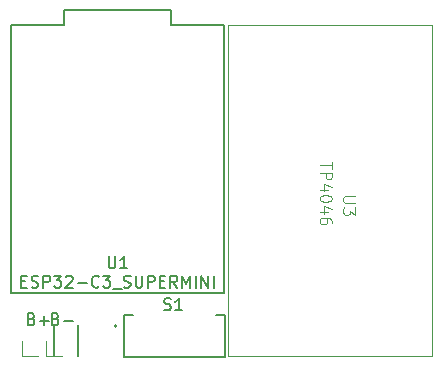
<source format=gbr>
%TF.GenerationSoftware,KiCad,Pcbnew,7.0.10*%
%TF.CreationDate,2024-01-20T13:39:50-08:00*%
%TF.ProjectId,caribou_slime,63617269-626f-4755-9f73-6c696d652e6b,rev?*%
%TF.SameCoordinates,Original*%
%TF.FileFunction,Legend,Top*%
%TF.FilePolarity,Positive*%
%FSLAX46Y46*%
G04 Gerber Fmt 4.6, Leading zero omitted, Abs format (unit mm)*
G04 Created by KiCad (PCBNEW 7.0.10) date 2024-01-20 13:39:50*
%MOMM*%
%LPD*%
G01*
G04 APERTURE LIST*
%ADD10C,0.150000*%
%ADD11C,0.100000*%
%ADD12C,0.127000*%
%ADD13C,0.200000*%
%ADD14C,0.120000*%
G04 APERTURE END LIST*
D10*
X41783095Y-45428819D02*
X41783095Y-46238342D01*
X41783095Y-46238342D02*
X41830714Y-46333580D01*
X41830714Y-46333580D02*
X41878333Y-46381200D01*
X41878333Y-46381200D02*
X41973571Y-46428819D01*
X41973571Y-46428819D02*
X42164047Y-46428819D01*
X42164047Y-46428819D02*
X42259285Y-46381200D01*
X42259285Y-46381200D02*
X42306904Y-46333580D01*
X42306904Y-46333580D02*
X42354523Y-46238342D01*
X42354523Y-46238342D02*
X42354523Y-45428819D01*
X43354523Y-46428819D02*
X42783095Y-46428819D01*
X43068809Y-46428819D02*
X43068809Y-45428819D01*
X43068809Y-45428819D02*
X42973571Y-45571676D01*
X42973571Y-45571676D02*
X42878333Y-45666914D01*
X42878333Y-45666914D02*
X42783095Y-45714533D01*
X34402143Y-47556009D02*
X34735476Y-47556009D01*
X34878333Y-48079819D02*
X34402143Y-48079819D01*
X34402143Y-48079819D02*
X34402143Y-47079819D01*
X34402143Y-47079819D02*
X34878333Y-47079819D01*
X35259286Y-48032200D02*
X35402143Y-48079819D01*
X35402143Y-48079819D02*
X35640238Y-48079819D01*
X35640238Y-48079819D02*
X35735476Y-48032200D01*
X35735476Y-48032200D02*
X35783095Y-47984580D01*
X35783095Y-47984580D02*
X35830714Y-47889342D01*
X35830714Y-47889342D02*
X35830714Y-47794104D01*
X35830714Y-47794104D02*
X35783095Y-47698866D01*
X35783095Y-47698866D02*
X35735476Y-47651247D01*
X35735476Y-47651247D02*
X35640238Y-47603628D01*
X35640238Y-47603628D02*
X35449762Y-47556009D01*
X35449762Y-47556009D02*
X35354524Y-47508390D01*
X35354524Y-47508390D02*
X35306905Y-47460771D01*
X35306905Y-47460771D02*
X35259286Y-47365533D01*
X35259286Y-47365533D02*
X35259286Y-47270295D01*
X35259286Y-47270295D02*
X35306905Y-47175057D01*
X35306905Y-47175057D02*
X35354524Y-47127438D01*
X35354524Y-47127438D02*
X35449762Y-47079819D01*
X35449762Y-47079819D02*
X35687857Y-47079819D01*
X35687857Y-47079819D02*
X35830714Y-47127438D01*
X36259286Y-48079819D02*
X36259286Y-47079819D01*
X36259286Y-47079819D02*
X36640238Y-47079819D01*
X36640238Y-47079819D02*
X36735476Y-47127438D01*
X36735476Y-47127438D02*
X36783095Y-47175057D01*
X36783095Y-47175057D02*
X36830714Y-47270295D01*
X36830714Y-47270295D02*
X36830714Y-47413152D01*
X36830714Y-47413152D02*
X36783095Y-47508390D01*
X36783095Y-47508390D02*
X36735476Y-47556009D01*
X36735476Y-47556009D02*
X36640238Y-47603628D01*
X36640238Y-47603628D02*
X36259286Y-47603628D01*
X37164048Y-47079819D02*
X37783095Y-47079819D01*
X37783095Y-47079819D02*
X37449762Y-47460771D01*
X37449762Y-47460771D02*
X37592619Y-47460771D01*
X37592619Y-47460771D02*
X37687857Y-47508390D01*
X37687857Y-47508390D02*
X37735476Y-47556009D01*
X37735476Y-47556009D02*
X37783095Y-47651247D01*
X37783095Y-47651247D02*
X37783095Y-47889342D01*
X37783095Y-47889342D02*
X37735476Y-47984580D01*
X37735476Y-47984580D02*
X37687857Y-48032200D01*
X37687857Y-48032200D02*
X37592619Y-48079819D01*
X37592619Y-48079819D02*
X37306905Y-48079819D01*
X37306905Y-48079819D02*
X37211667Y-48032200D01*
X37211667Y-48032200D02*
X37164048Y-47984580D01*
X38164048Y-47175057D02*
X38211667Y-47127438D01*
X38211667Y-47127438D02*
X38306905Y-47079819D01*
X38306905Y-47079819D02*
X38545000Y-47079819D01*
X38545000Y-47079819D02*
X38640238Y-47127438D01*
X38640238Y-47127438D02*
X38687857Y-47175057D01*
X38687857Y-47175057D02*
X38735476Y-47270295D01*
X38735476Y-47270295D02*
X38735476Y-47365533D01*
X38735476Y-47365533D02*
X38687857Y-47508390D01*
X38687857Y-47508390D02*
X38116429Y-48079819D01*
X38116429Y-48079819D02*
X38735476Y-48079819D01*
X39164048Y-47698866D02*
X39925953Y-47698866D01*
X40973571Y-47984580D02*
X40925952Y-48032200D01*
X40925952Y-48032200D02*
X40783095Y-48079819D01*
X40783095Y-48079819D02*
X40687857Y-48079819D01*
X40687857Y-48079819D02*
X40545000Y-48032200D01*
X40545000Y-48032200D02*
X40449762Y-47936961D01*
X40449762Y-47936961D02*
X40402143Y-47841723D01*
X40402143Y-47841723D02*
X40354524Y-47651247D01*
X40354524Y-47651247D02*
X40354524Y-47508390D01*
X40354524Y-47508390D02*
X40402143Y-47317914D01*
X40402143Y-47317914D02*
X40449762Y-47222676D01*
X40449762Y-47222676D02*
X40545000Y-47127438D01*
X40545000Y-47127438D02*
X40687857Y-47079819D01*
X40687857Y-47079819D02*
X40783095Y-47079819D01*
X40783095Y-47079819D02*
X40925952Y-47127438D01*
X40925952Y-47127438D02*
X40973571Y-47175057D01*
X41306905Y-47079819D02*
X41925952Y-47079819D01*
X41925952Y-47079819D02*
X41592619Y-47460771D01*
X41592619Y-47460771D02*
X41735476Y-47460771D01*
X41735476Y-47460771D02*
X41830714Y-47508390D01*
X41830714Y-47508390D02*
X41878333Y-47556009D01*
X41878333Y-47556009D02*
X41925952Y-47651247D01*
X41925952Y-47651247D02*
X41925952Y-47889342D01*
X41925952Y-47889342D02*
X41878333Y-47984580D01*
X41878333Y-47984580D02*
X41830714Y-48032200D01*
X41830714Y-48032200D02*
X41735476Y-48079819D01*
X41735476Y-48079819D02*
X41449762Y-48079819D01*
X41449762Y-48079819D02*
X41354524Y-48032200D01*
X41354524Y-48032200D02*
X41306905Y-47984580D01*
X42116429Y-48175057D02*
X42878333Y-48175057D01*
X43068810Y-48032200D02*
X43211667Y-48079819D01*
X43211667Y-48079819D02*
X43449762Y-48079819D01*
X43449762Y-48079819D02*
X43545000Y-48032200D01*
X43545000Y-48032200D02*
X43592619Y-47984580D01*
X43592619Y-47984580D02*
X43640238Y-47889342D01*
X43640238Y-47889342D02*
X43640238Y-47794104D01*
X43640238Y-47794104D02*
X43592619Y-47698866D01*
X43592619Y-47698866D02*
X43545000Y-47651247D01*
X43545000Y-47651247D02*
X43449762Y-47603628D01*
X43449762Y-47603628D02*
X43259286Y-47556009D01*
X43259286Y-47556009D02*
X43164048Y-47508390D01*
X43164048Y-47508390D02*
X43116429Y-47460771D01*
X43116429Y-47460771D02*
X43068810Y-47365533D01*
X43068810Y-47365533D02*
X43068810Y-47270295D01*
X43068810Y-47270295D02*
X43116429Y-47175057D01*
X43116429Y-47175057D02*
X43164048Y-47127438D01*
X43164048Y-47127438D02*
X43259286Y-47079819D01*
X43259286Y-47079819D02*
X43497381Y-47079819D01*
X43497381Y-47079819D02*
X43640238Y-47127438D01*
X44068810Y-47079819D02*
X44068810Y-47889342D01*
X44068810Y-47889342D02*
X44116429Y-47984580D01*
X44116429Y-47984580D02*
X44164048Y-48032200D01*
X44164048Y-48032200D02*
X44259286Y-48079819D01*
X44259286Y-48079819D02*
X44449762Y-48079819D01*
X44449762Y-48079819D02*
X44545000Y-48032200D01*
X44545000Y-48032200D02*
X44592619Y-47984580D01*
X44592619Y-47984580D02*
X44640238Y-47889342D01*
X44640238Y-47889342D02*
X44640238Y-47079819D01*
X45116429Y-48079819D02*
X45116429Y-47079819D01*
X45116429Y-47079819D02*
X45497381Y-47079819D01*
X45497381Y-47079819D02*
X45592619Y-47127438D01*
X45592619Y-47127438D02*
X45640238Y-47175057D01*
X45640238Y-47175057D02*
X45687857Y-47270295D01*
X45687857Y-47270295D02*
X45687857Y-47413152D01*
X45687857Y-47413152D02*
X45640238Y-47508390D01*
X45640238Y-47508390D02*
X45592619Y-47556009D01*
X45592619Y-47556009D02*
X45497381Y-47603628D01*
X45497381Y-47603628D02*
X45116429Y-47603628D01*
X46116429Y-47556009D02*
X46449762Y-47556009D01*
X46592619Y-48079819D02*
X46116429Y-48079819D01*
X46116429Y-48079819D02*
X46116429Y-47079819D01*
X46116429Y-47079819D02*
X46592619Y-47079819D01*
X47592619Y-48079819D02*
X47259286Y-47603628D01*
X47021191Y-48079819D02*
X47021191Y-47079819D01*
X47021191Y-47079819D02*
X47402143Y-47079819D01*
X47402143Y-47079819D02*
X47497381Y-47127438D01*
X47497381Y-47127438D02*
X47545000Y-47175057D01*
X47545000Y-47175057D02*
X47592619Y-47270295D01*
X47592619Y-47270295D02*
X47592619Y-47413152D01*
X47592619Y-47413152D02*
X47545000Y-47508390D01*
X47545000Y-47508390D02*
X47497381Y-47556009D01*
X47497381Y-47556009D02*
X47402143Y-47603628D01*
X47402143Y-47603628D02*
X47021191Y-47603628D01*
X48021191Y-48079819D02*
X48021191Y-47079819D01*
X48021191Y-47079819D02*
X48354524Y-47794104D01*
X48354524Y-47794104D02*
X48687857Y-47079819D01*
X48687857Y-47079819D02*
X48687857Y-48079819D01*
X49164048Y-48079819D02*
X49164048Y-47079819D01*
X49640238Y-48079819D02*
X49640238Y-47079819D01*
X49640238Y-47079819D02*
X50211666Y-48079819D01*
X50211666Y-48079819D02*
X50211666Y-47079819D01*
X50687857Y-48079819D02*
X50687857Y-47079819D01*
X46482095Y-49937200D02*
X46624952Y-49984819D01*
X46624952Y-49984819D02*
X46863047Y-49984819D01*
X46863047Y-49984819D02*
X46958285Y-49937200D01*
X46958285Y-49937200D02*
X47005904Y-49889580D01*
X47005904Y-49889580D02*
X47053523Y-49794342D01*
X47053523Y-49794342D02*
X47053523Y-49699104D01*
X47053523Y-49699104D02*
X47005904Y-49603866D01*
X47005904Y-49603866D02*
X46958285Y-49556247D01*
X46958285Y-49556247D02*
X46863047Y-49508628D01*
X46863047Y-49508628D02*
X46672571Y-49461009D01*
X46672571Y-49461009D02*
X46577333Y-49413390D01*
X46577333Y-49413390D02*
X46529714Y-49365771D01*
X46529714Y-49365771D02*
X46482095Y-49270533D01*
X46482095Y-49270533D02*
X46482095Y-49175295D01*
X46482095Y-49175295D02*
X46529714Y-49080057D01*
X46529714Y-49080057D02*
X46577333Y-49032438D01*
X46577333Y-49032438D02*
X46672571Y-48984819D01*
X46672571Y-48984819D02*
X46910666Y-48984819D01*
X46910666Y-48984819D02*
X47053523Y-49032438D01*
X48005904Y-49984819D02*
X47434476Y-49984819D01*
X47720190Y-49984819D02*
X47720190Y-48984819D01*
X47720190Y-48984819D02*
X47624952Y-49127676D01*
X47624952Y-49127676D02*
X47529714Y-49222914D01*
X47529714Y-49222914D02*
X47434476Y-49270533D01*
D11*
X62630830Y-40338202D02*
X61821307Y-40338202D01*
X61821307Y-40338202D02*
X61726069Y-40385821D01*
X61726069Y-40385821D02*
X61678450Y-40433440D01*
X61678450Y-40433440D02*
X61630830Y-40528678D01*
X61630830Y-40528678D02*
X61630830Y-40719154D01*
X61630830Y-40719154D02*
X61678450Y-40814392D01*
X61678450Y-40814392D02*
X61726069Y-40862011D01*
X61726069Y-40862011D02*
X61821307Y-40909630D01*
X61821307Y-40909630D02*
X62630830Y-40909630D01*
X62630830Y-41290583D02*
X62630830Y-41909630D01*
X62630830Y-41909630D02*
X62249878Y-41576297D01*
X62249878Y-41576297D02*
X62249878Y-41719154D01*
X62249878Y-41719154D02*
X62202259Y-41814392D01*
X62202259Y-41814392D02*
X62154640Y-41862011D01*
X62154640Y-41862011D02*
X62059402Y-41909630D01*
X62059402Y-41909630D02*
X61821307Y-41909630D01*
X61821307Y-41909630D02*
X61726069Y-41862011D01*
X61726069Y-41862011D02*
X61678450Y-41814392D01*
X61678450Y-41814392D02*
X61630830Y-41719154D01*
X61630830Y-41719154D02*
X61630830Y-41433440D01*
X61630830Y-41433440D02*
X61678450Y-41338202D01*
X61678450Y-41338202D02*
X61726069Y-41290583D01*
X60675830Y-37451134D02*
X60675830Y-38022562D01*
X59675830Y-37736848D02*
X60675830Y-37736848D01*
X59675830Y-38355896D02*
X60675830Y-38355896D01*
X60675830Y-38355896D02*
X60675830Y-38736848D01*
X60675830Y-38736848D02*
X60628211Y-38832086D01*
X60628211Y-38832086D02*
X60580592Y-38879705D01*
X60580592Y-38879705D02*
X60485354Y-38927324D01*
X60485354Y-38927324D02*
X60342497Y-38927324D01*
X60342497Y-38927324D02*
X60247259Y-38879705D01*
X60247259Y-38879705D02*
X60199640Y-38832086D01*
X60199640Y-38832086D02*
X60152021Y-38736848D01*
X60152021Y-38736848D02*
X60152021Y-38355896D01*
X60342497Y-39784467D02*
X59675830Y-39784467D01*
X60723450Y-39546372D02*
X60009164Y-39308277D01*
X60009164Y-39308277D02*
X60009164Y-39927324D01*
X60675830Y-40498753D02*
X60675830Y-40593991D01*
X60675830Y-40593991D02*
X60628211Y-40689229D01*
X60628211Y-40689229D02*
X60580592Y-40736848D01*
X60580592Y-40736848D02*
X60485354Y-40784467D01*
X60485354Y-40784467D02*
X60294878Y-40832086D01*
X60294878Y-40832086D02*
X60056783Y-40832086D01*
X60056783Y-40832086D02*
X59866307Y-40784467D01*
X59866307Y-40784467D02*
X59771069Y-40736848D01*
X59771069Y-40736848D02*
X59723450Y-40689229D01*
X59723450Y-40689229D02*
X59675830Y-40593991D01*
X59675830Y-40593991D02*
X59675830Y-40498753D01*
X59675830Y-40498753D02*
X59723450Y-40403515D01*
X59723450Y-40403515D02*
X59771069Y-40355896D01*
X59771069Y-40355896D02*
X59866307Y-40308277D01*
X59866307Y-40308277D02*
X60056783Y-40260658D01*
X60056783Y-40260658D02*
X60294878Y-40260658D01*
X60294878Y-40260658D02*
X60485354Y-40308277D01*
X60485354Y-40308277D02*
X60580592Y-40355896D01*
X60580592Y-40355896D02*
X60628211Y-40403515D01*
X60628211Y-40403515D02*
X60675830Y-40498753D01*
X60342497Y-41689229D02*
X59675830Y-41689229D01*
X60723450Y-41451134D02*
X60009164Y-41213039D01*
X60009164Y-41213039D02*
X60009164Y-41832086D01*
X60675830Y-42641610D02*
X60675830Y-42451134D01*
X60675830Y-42451134D02*
X60628211Y-42355896D01*
X60628211Y-42355896D02*
X60580592Y-42308277D01*
X60580592Y-42308277D02*
X60437735Y-42213039D01*
X60437735Y-42213039D02*
X60247259Y-42165420D01*
X60247259Y-42165420D02*
X59866307Y-42165420D01*
X59866307Y-42165420D02*
X59771069Y-42213039D01*
X59771069Y-42213039D02*
X59723450Y-42260658D01*
X59723450Y-42260658D02*
X59675830Y-42355896D01*
X59675830Y-42355896D02*
X59675830Y-42546372D01*
X59675830Y-42546372D02*
X59723450Y-42641610D01*
X59723450Y-42641610D02*
X59771069Y-42689229D01*
X59771069Y-42689229D02*
X59866307Y-42736848D01*
X59866307Y-42736848D02*
X60104402Y-42736848D01*
X60104402Y-42736848D02*
X60199640Y-42689229D01*
X60199640Y-42689229D02*
X60247259Y-42641610D01*
X60247259Y-42641610D02*
X60294878Y-42546372D01*
X60294878Y-42546372D02*
X60294878Y-42355896D01*
X60294878Y-42355896D02*
X60247259Y-42260658D01*
X60247259Y-42260658D02*
X60199640Y-42213039D01*
X60199640Y-42213039D02*
X60104402Y-42165420D01*
D10*
X37298381Y-50731009D02*
X37441238Y-50778628D01*
X37441238Y-50778628D02*
X37488857Y-50826247D01*
X37488857Y-50826247D02*
X37536476Y-50921485D01*
X37536476Y-50921485D02*
X37536476Y-51064342D01*
X37536476Y-51064342D02*
X37488857Y-51159580D01*
X37488857Y-51159580D02*
X37441238Y-51207200D01*
X37441238Y-51207200D02*
X37346000Y-51254819D01*
X37346000Y-51254819D02*
X36965048Y-51254819D01*
X36965048Y-51254819D02*
X36965048Y-50254819D01*
X36965048Y-50254819D02*
X37298381Y-50254819D01*
X37298381Y-50254819D02*
X37393619Y-50302438D01*
X37393619Y-50302438D02*
X37441238Y-50350057D01*
X37441238Y-50350057D02*
X37488857Y-50445295D01*
X37488857Y-50445295D02*
X37488857Y-50540533D01*
X37488857Y-50540533D02*
X37441238Y-50635771D01*
X37441238Y-50635771D02*
X37393619Y-50683390D01*
X37393619Y-50683390D02*
X37298381Y-50731009D01*
X37298381Y-50731009D02*
X36965048Y-50731009D01*
X37965048Y-50873866D02*
X38726953Y-50873866D01*
X35266381Y-50731009D02*
X35409238Y-50778628D01*
X35409238Y-50778628D02*
X35456857Y-50826247D01*
X35456857Y-50826247D02*
X35504476Y-50921485D01*
X35504476Y-50921485D02*
X35504476Y-51064342D01*
X35504476Y-51064342D02*
X35456857Y-51159580D01*
X35456857Y-51159580D02*
X35409238Y-51207200D01*
X35409238Y-51207200D02*
X35314000Y-51254819D01*
X35314000Y-51254819D02*
X34933048Y-51254819D01*
X34933048Y-51254819D02*
X34933048Y-50254819D01*
X34933048Y-50254819D02*
X35266381Y-50254819D01*
X35266381Y-50254819D02*
X35361619Y-50302438D01*
X35361619Y-50302438D02*
X35409238Y-50350057D01*
X35409238Y-50350057D02*
X35456857Y-50445295D01*
X35456857Y-50445295D02*
X35456857Y-50540533D01*
X35456857Y-50540533D02*
X35409238Y-50635771D01*
X35409238Y-50635771D02*
X35361619Y-50683390D01*
X35361619Y-50683390D02*
X35266381Y-50731009D01*
X35266381Y-50731009D02*
X34933048Y-50731009D01*
X35933048Y-50873866D02*
X36694953Y-50873866D01*
X36314000Y-51254819D02*
X36314000Y-50492914D01*
D12*
%TO.C,U1*%
X33545000Y-48555000D02*
X33545000Y-25855000D01*
X38045000Y-24555000D02*
X38045000Y-25855000D01*
X38045000Y-25855000D02*
X33545000Y-25855000D01*
X47045000Y-24555000D02*
X38045000Y-24555000D01*
X47045000Y-24555000D02*
X47045000Y-25855000D01*
X51545000Y-25855000D02*
X47045000Y-25855000D01*
X51545000Y-48555000D02*
X33545000Y-48555000D01*
X51545000Y-48555000D02*
X51545000Y-25855000D01*
%TO.C,S1*%
X43111538Y-50418108D02*
X43887538Y-50418108D01*
X43111538Y-53918108D02*
X43111538Y-50418108D01*
X50835538Y-50418108D02*
X51611538Y-50418108D01*
X51611538Y-50418108D02*
X51611538Y-53918108D01*
X51611538Y-53918108D02*
X43111538Y-53918108D01*
D13*
X42461538Y-51318108D02*
G75*
G03*
X42261538Y-51318108I-100000J0D01*
G01*
X42261538Y-51318108D02*
G75*
G03*
X42461538Y-51318108I100000J0D01*
G01*
D11*
%TO.C,U3*%
X69128250Y-25860107D02*
X69128250Y-53860107D01*
X51928250Y-25860107D02*
X69128250Y-25860107D01*
X51928250Y-25860107D02*
X51928250Y-53860107D01*
X51928250Y-53860107D02*
X69128250Y-53860107D01*
D14*
%TO.C,B-*%
X36516000Y-53908000D02*
X36516000Y-52578000D01*
X37846000Y-53908000D02*
X36516000Y-53908000D01*
X39116000Y-53908000D02*
X39176000Y-53908000D01*
X39116000Y-53908000D02*
X39116000Y-51248000D01*
X39176000Y-53908000D02*
X39176000Y-51248000D01*
X39116000Y-51248000D02*
X39176000Y-51248000D01*
%TO.C,B+*%
X34484000Y-53908000D02*
X34484000Y-52578000D01*
X35814000Y-53908000D02*
X34484000Y-53908000D01*
X37084000Y-53908000D02*
X37144000Y-53908000D01*
X37084000Y-53908000D02*
X37084000Y-51248000D01*
X37144000Y-53908000D02*
X37144000Y-51248000D01*
X37084000Y-51248000D02*
X37144000Y-51248000D01*
%TD*%
M02*

</source>
